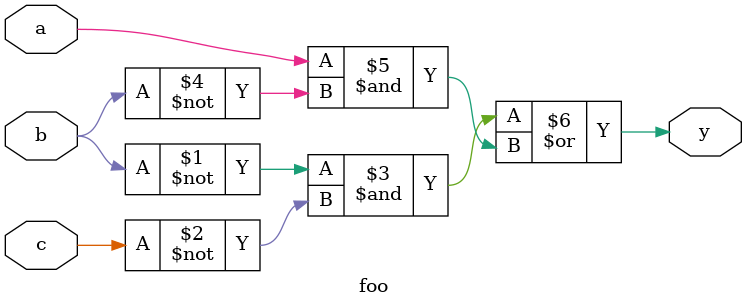
<source format=v>
/**
 * Author: Kyle May
 *
 * The intended truth table for this module is:
 *
 *   a  b  c | y
 *   -----------
 *   0  0  0 | 1
 *   0  0  1 | 1
 *   0  1  0 | 0
 *   0  1  1 | 0
 *   1  0  0 | 1
 *   1  0  1 | 0
 *   1  1  0 | 0
 *   1  1  1 | 0
 *
 * Determine on which inputs this implementation fails.
 */
module foo(
  input  a,
  input  b,
  input  c,
  output y
);
  
  assign y = (~b & ~c) | (a & ~b);

endmodule

</source>
